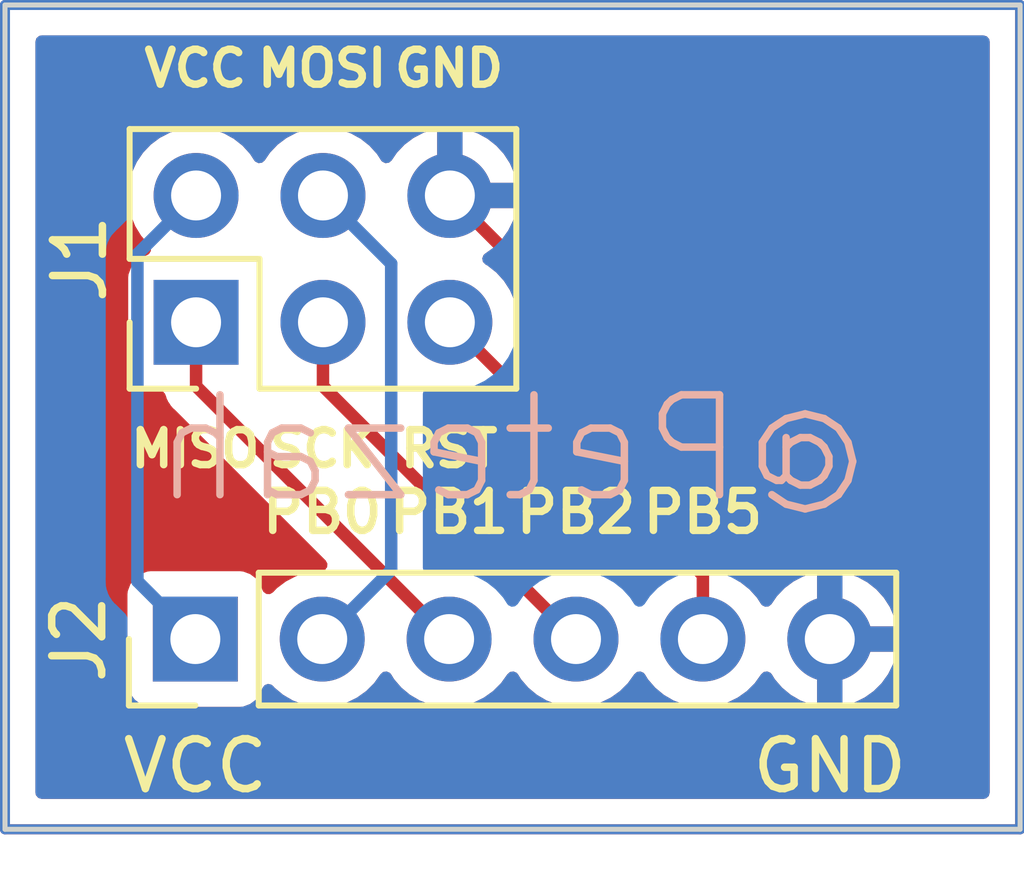
<source format=kicad_pcb>
(kicad_pcb (version 20211014) (generator pcbnew)
  (layers (0 "F.Cu" signal) (31 "B.Cu" signal) (34 "B.Paste" user) (35 "F.Paste" user) (36 "B.SilkS" user "B.Silkscreen") (37 "F.SilkS" user "F.Silkscreen") (38 "B.Mask" user) (39 "F.Mask" user) (44 "Edge.Cuts" user))
  (net 0 "")
  (net 1 "Net-(J1-Pad1)")
  (net 2 "VCC")
  (net 3 "Net-(J1-Pad3)")
  (net 4 "Net-(J1-Pad4)")
  (net 5 "Net-(J1-Pad5)")
  (net 6 "GND")
  (footprint "Connector_PinHeader_2.54mm:PinHeader_1x06_P2.54mm_Vertical" (layer "F.Cu") (at 151.13 107.95 90)
    (fp_text reference "J2" (at 0 -2.33 90) (layer "F.SilkS"))
    (fp_text value "Conn_01x06")
    (fp_line (start -1.33 1.27) (end 1.33 1.27) (layer "F.SilkS") (width 0.12))
    (fp_line (start -1.33 -1.33) (end 0 -1.33) (layer "F.SilkS") (width 0.12))
    (fp_line (start -1.33 1.27) (end -1.33 14.03) (layer "F.SilkS") (width 0.12))
    (fp_line (start -1.33 0) (end -1.33 -1.33) (layer "F.SilkS") (width 0.12))
    (fp_line (start 1.33 1.27) (end 1.33 14.03) (layer "F.SilkS") (width 0.12))
    (fp_line (start -1.33 14.03) (end 1.33 14.03) (layer "F.SilkS") (width 0.12))
    (pad "1" thru_hole rect (at 0 0 90) (size 1.7 1.7) (drill 1) (layers *.Cu *.Mask) (net 2 "VCC"))
    (pad "2" thru_hole oval (at 0 2.54 90) (size 1.7 1.7) (drill 1) (layers *.Cu *.Mask) (net 4 "Net-(J1-Pad4)"))
    (pad "3" thru_hole oval (at 0 5.08 90) (size 1.7 1.7) (drill 1) (layers *.Cu *.Mask) (net 1 "Net-(J1-Pad1)"))
    (pad "4" thru_hole oval (at 0 7.62 90) (size 1.7 1.7) (drill 1) (layers *.Cu *.Mask) (net 3 "Net-(J1-Pad3)"))
    (pad "5" thru_hole oval (at 0 10.16 90) (size 1.7 1.7) (drill 1) (layers *.Cu *.Mask) (net 5 "Net-(J1-Pad5)"))
    (pad "6" thru_hole oval (at 0 12.7 90) (size 1.7 1.7) (drill 1) (layers *.Cu *.Mask) (net 6 "GND"))
  )
  (footprint "Connector_PinHeader_2.54mm:PinHeader_2x03_P2.54mm_Vertical" (layer "F.Cu") (at 151.145 101.605 90)
    (fp_text reference "J1" (at 1.27 -2.33 90) (layer "F.SilkS"))
    (fp_text value "AVR-ISP-6")
    (fp_line (start -1.33 1.27) (end 1.27 1.27) (layer "F.SilkS") (width 0.12))
    (fp_line (start -1.33 1.27) (end -1.33 6.41) (layer "F.SilkS") (width 0.12))
    (fp_line (start -1.33 -1.33) (end 0 -1.33) (layer "F.SilkS") (width 0.12))
    (fp_line (start -1.33 0) (end -1.33 -1.33) (layer "F.SilkS") (width 0.12))
    (fp_line (start 1.27 -1.33) (end 3.87 -1.33) (layer "F.SilkS") (width 0.12))
    (fp_line (start -1.33 6.41) (end 3.87 6.41) (layer "F.SilkS") (width 0.12))
    (fp_line (start 1.27 1.27) (end 1.27 -1.33) (layer "F.SilkS") (width 0.12))
    (fp_line (start 3.87 -1.33) (end 3.87 6.41) (layer "F.SilkS") (width 0.12))
    (pad "1" thru_hole rect (at 0 0 90) (size 1.7 1.7) (drill 1) (layers *.Cu *.Mask) (net 1 "Net-(J1-Pad1)"))
    (pad "2" thru_hole oval (at 2.54 0 90) (size 1.7 1.7) (drill 1) (layers *.Cu *.Mask) (net 2 "VCC"))
    (pad "3" thru_hole oval (at 0 2.54 90) (size 1.7 1.7) (drill 1) (layers *.Cu *.Mask) (net 3 "Net-(J1-Pad3)"))
    (pad "4" thru_hole oval (at 2.54 2.54 90) (size 1.7 1.7) (drill 1) (layers *.Cu *.Mask) (net 4 "Net-(J1-Pad4)"))
    (pad "5" thru_hole oval (at 0 5.08 90) (size 1.7 1.7) (drill 1) (layers *.Cu *.Mask) (net 5 "Net-(J1-Pad5)"))
    (pad "6" thru_hole oval (at 2.54 5.08 90) (size 1.7 1.7) (drill 1) (layers *.Cu *.Mask) (net 6 "GND"))
  )
  (gr_line (start 147.32 111.76) (end 147.32 95.25) (layer "F.Cu") (width 0.2))
  (gr_line (start 147.32 95.25) (end 167.64 95.25) (layer "F.Cu") (width 0.2))
  (gr_line (start 167.64 95.25) (end 167.64 111.76) (layer "F.Cu") (width 0.2))
  (gr_line (start 167.64 111.76) (end 147.32 111.76) (layer "F.Cu") (width 0.2))
  (gr_line (start 147.32 111.76) (end 147.32 95.25) (layer "B.Cu") (width 0.2))
  (gr_line (start 167.64 111.76) (end 147.32 111.76) (layer "B.Cu") (width 0.2))
  (gr_line (start 167.64 95.25) (end 167.64 111.76) (layer "B.Cu") (width 0.2))
  (gr_line (start 147.32 95.25) (end 167.64 95.25) (layer "B.Cu") (width 0.2))
  (gr_line (start 147.32 111.76) (end 147.32 95.25) (layer "Edge.Cuts") (width 0.1))
  (gr_line (start 167.64 95.25) (end 167.64 111.76) (layer "Edge.Cuts") (width 0.1))
  (gr_line (start 147.32 95.25) (end 167.64 95.25) (layer "Edge.Cuts") (width 0.1))
  (gr_line (start 167.64 111.76) (end 147.32 111.76) (layer "Edge.Cuts") (width 0.1))
  (gr_text "@Petezah" (at 157.48 104.14) (layer "B.SilkS") (effects (font (size 2 2)) (justify mirror)))
  (gr_text "SCK" (at 153.67 104.14) (layer "F.SilkS") (effects (font (size 0.7 0.7))))
  (gr_text "RST" (at 156.21 104.14) (layer "F.SilkS") (effects (font (size 0.7 0.7))))
  (gr_text "VCC" (at 151.13 110.49) (layer "F.SilkS") (effects (font (size 1 1))))
  (gr_text "PB5" (at 161.29 105.41) (layer "F.SilkS") (effects (font (size 0.8 0.8))))
  (gr_text "MOSI" (at 153.67 96.52) (layer "F.SilkS") (effects (font (size 0.7 0.7))))
  (gr_text "VCC" (at 151.13 96.52) (layer "F.SilkS") (effects (font (size 0.7 0.7))))
  (gr_text "GND" (at 156.21 96.52) (layer "F.SilkS") (effects (font (size 0.7 0.7))))
  (gr_text "PB1" (at 156.21 105.41) (layer "F.SilkS") (effects (font (size 0.8 0.8))))
  (gr_text "GND" (at 163.83 110.49) (layer "F.SilkS") (effects (font (size 1 1))))
  (gr_text "PB0" (at 153.67 105.41) (layer "F.SilkS") (effects (font (size 0.8 0.8))))
  (gr_text "MISO" (at 151.13 104.14) (layer "F.SilkS") (effects (font (size 0.7 0.7))))
  (gr_text "PB2" (at 158.75 105.41) (layer "F.SilkS") (effects (font (size 0.8 0.8))))
  (segment (start 151.145 101.605) (end 151.145 102.885) (width 0.25) (layer "F.Cu") (net 1))
  (segment (start 151.145 102.885) (end 156.21 107.95) (width 0.25) (layer "F.Cu") (net 1))
  (segment (start 149.970489 106.790489) (end 151.13 107.95) (width 0.25) (layer "B.Cu") (net 2))
  (segment (start 151.145 99.065) (end 149.970489 100.239511) (width 0.25) (layer "B.Cu") (net 2))
  (segment (start 149.970489 100.239511) (end 149.970489 106.790489) (width 0.25) (layer "B.Cu") (net 2))
  (segment (start 153.685 101.605) (end 153.685 102.885) (width 0.25) (layer "F.Cu") (net 3))
  (segment (start 153.685 102.885) (end 158.75 107.95) (width 0.25) (layer "F.Cu") (net 3))
  (segment (start 153.685 99.065) (end 155.050489 100.430489) (width 0.25) (layer "B.Cu") (net 4))
  (segment (start 155.050489 100.430489) (end 155.050489 106.569511) (width 0.25) (layer "B.Cu") (net 4))
  (segment (start 155.050489 106.569511) (end 153.67 107.95) (width 0.25) (layer "B.Cu") (net 4))
  (segment (start 161.29 106.67) (end 161.29 107.95) (width 0.25) (layer "F.Cu") (net 5))
  (segment (start 156.225 101.605) (end 161.29 106.67) (width 0.25) (layer "F.Cu") (net 5))
  (segment (start 156.225 99.065) (end 163.83 106.67) (width 0.25) (layer "F.Cu") (net 6))
  (segment (start 163.83 106.67) (end 163.83 107.95) (width 0.25) (layer "F.Cu") (net 6))
  (zone (net 6) (net_name "GND") (layer "F.Cu") (connect_pads (clearance 0.508)) (min_thickness 0.254) (fill yes (thermal_gap 0.508) (thermal_bridge_width 0.508))
    (polygon (pts (xy 167.64 111.76) (xy 147.32 111.76) (xy 147.32 95.25) (xy 167.64 95.25)))
  )
  (zone (net 6) (net_name "GND") (layer "B.Cu") (connect_pads (clearance 0.508)) (min_thickness 0.254) (fill yes (thermal_gap 0.508) (thermal_bridge_width 0.508))
    (polygon (pts (xy 167.64 111.76) (xy 147.32 111.76) (xy 147.32 95.25) (xy 167.64 95.25)))
  )
)
</source>
